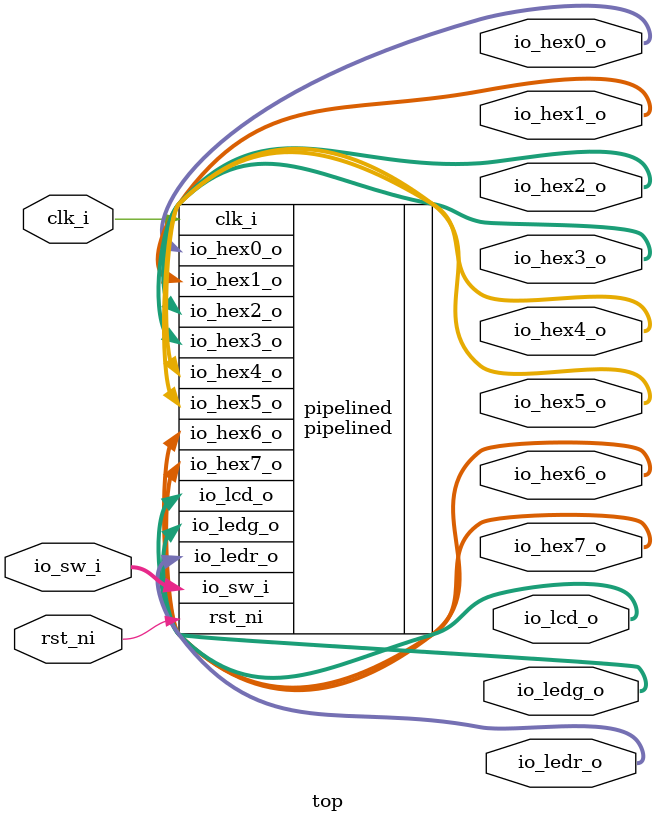
<source format=sv>
module top
(
  // Peripheral
  input  logic [31:0]      io_sw_i   ,
  output logic [31:0]      io_lcd_o  ,
  output logic [31:0]      io_ledg_o ,
  output logic [31:0]      io_ledr_o ,
  output logic [31:0]      io_hex0_o ,
  output logic [31:0]      io_hex1_o ,
  output logic [31:0]      io_hex2_o ,
  output logic [31:0]      io_hex3_o ,
  output logic [31:0]      io_hex4_o ,
  output logic [31:0]      io_hex5_o ,
  output logic [31:0]      io_hex6_o ,
  output logic [31:0]      io_hex7_o ,

  // Clock and asynchronous reset active low
  input  logic             clk_i     ,
  input  logic             rst_ni
);

logic  unused_sw;
assign unused_sw	= |io_sw_i[31:17];

  pipelined pipelined (
    .io_sw_i   (io_sw_i),
    .io_lcd_o  (io_lcd_o),
    .io_ledg_o (io_ledg_o),
    .io_ledr_o (io_ledr_o),
    .io_hex0_o (io_hex0_o),
    .io_hex1_o (io_hex1_o),
    .io_hex2_o (io_hex2_o),
    .io_hex3_o (io_hex3_o),
    .io_hex4_o (io_hex4_o),
    .io_hex5_o (io_hex5_o),
    .io_hex6_o (io_hex6_o),
    .io_hex7_o (io_hex7_o),

    .clk_i     (clk_i     ),
    .rst_ni    (rst_ni    )
  );

endmodule : top

</source>
